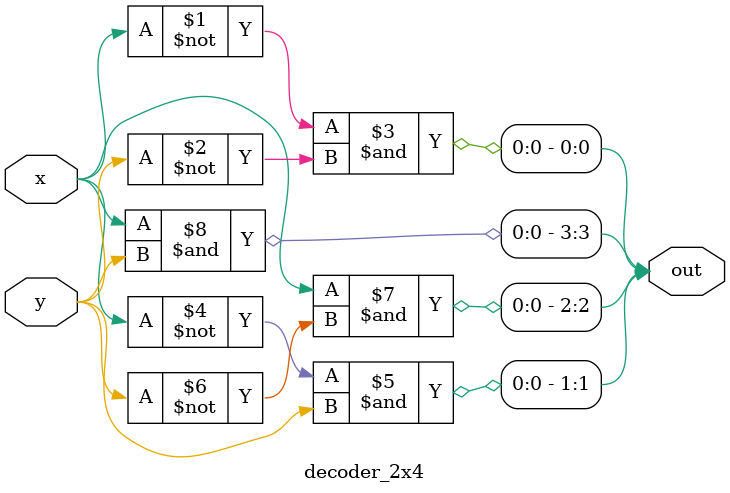
<source format=v>
module decoder_2x4(out, x, y);
output [3:0] out;
input x, y;

assign out[0] = ~x & ~y;
assign out[1] = ~x & y;
assign out[2] = x & ~y;
assign out[3] = x & y;

endmodule

</source>
